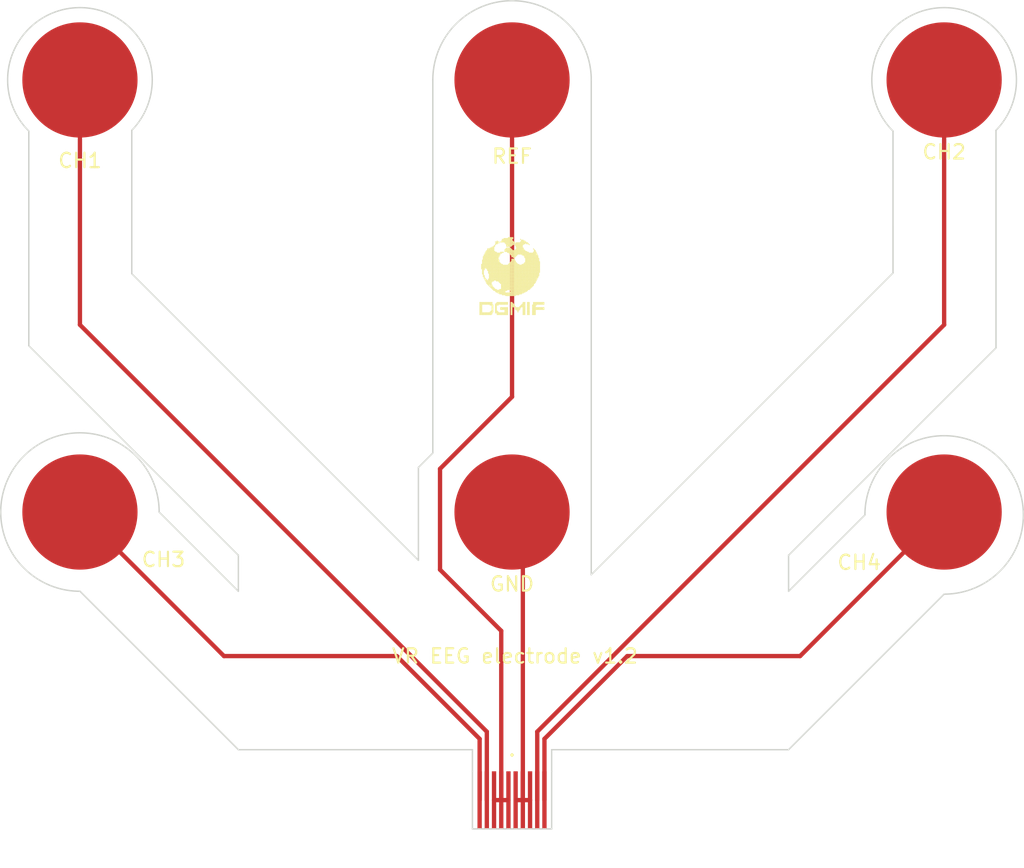
<source format=kicad_pcb>
(kicad_pcb (version 20171130) (host pcbnew "(5.1.10)-1")
  (title_block (title "VR EEG electrode PAD / JGSHIN") (rev 1.2) (company DGMIF))
  (layers (0 F.Cu signal) (31 B.Cu signal) (34 B.Paste user) (35 F.Paste user) (36 B.SilkS user) (37 F.SilkS user) (38 B.Mask user) (39 F.Mask user) (44 Edge.Cuts user))
  (net 0 "")
  (net 1 /Reference)
  (net 2 /Ground)
  (net 3 /CH1)
  (net 4 /CH2)
  (net 5 /CH3)
  (net 6 /CH4)
  (module jgshin_KiCad_lib:DGMIF-CI_5mm (layer F.Cu) (at 97.5 60.5)
    (fp_text reference " " hide)
    (fp_text value "" (at 0 0) (layer F.SilkS) (effects (font (size 1.27 1.27))))
  )
  (module "jgshin_KiCad_lib:FFC cable 0.5 x 10" (layer F.Cu) (at 100 100)
    (fp_text reference . (at 0 -3.539999) (layer F.SilkS))
    (fp_text value FFC0.5x10)
    (pad 10 smd rect (at 2.25 0) (size 0.3 4) (layers F.Cu F.Paste F.Mask) (net 6 /CH4))
    (pad 9 smd rect (at 1.75 0) (size 0.3 4) (layers F.Cu F.Paste F.Mask) (net 4 /CH2))
    (pad 8 smd rect (at 1.25 0) (size 0.3 4) (layers F.Cu F.Paste F.Mask) (net 2 /Ground))
    (pad 7 smd rect (at 0.75 0) (size 0.3 4) (layers F.Cu F.Paste F.Mask) (net 2 /Ground))
    (pad 6 smd rect (at 0.25 0) (size 0.3 4) (layers F.Cu F.Paste F.Mask) (net 2 /Ground))
    (pad 5 smd rect (at -0.25 0) (size 0.3 4) (layers F.Cu F.Paste F.Mask) (net 1 /Reference))
    (pad 4 smd rect (at -0.75 0) (size 0.3 4) (layers F.Cu F.Paste F.Mask) (net 1 /Reference))
    (pad 3 smd rect (at -1.25 0) (size 0.3 4) (layers F.Cu F.Paste F.Mask) (net 1 /Reference))
    (pad 2 smd rect (at -1.75 0) (size 0.3 4) (layers F.Cu F.Paste F.Mask) (net 3 /CH1))
    (pad 1 smd rect (at -2.25 0) (size 0.3 4) (layers F.Cu F.Paste F.Mask) (net 5 /CH3))
  )
  (module jgshin_KiCad_lib:electrode_PAD (layer F.Cu) (at 130 80)
    (fp_text reference CH4 (at -5.9 3.5) (layer F.SilkS))
    (fp_text value electrode_PAD)
    (pad 1 smd circle (at 0 0) (size 8 8) (layers F.Cu F.Paste F.Mask) (net 6 /CH4))
  )
  (module jgshin_KiCad_lib:electrode_PAD (layer F.Cu) (at 70 80)
    (fp_text reference CH3 (at 5.8 3.3) (layer F.SilkS))
    (fp_text value electrode_PAD)
    (pad 1 smd circle (at 0 0) (size 8 8) (layers F.Cu F.Paste F.Mask) (net 5 /CH3))
  )
  (module jgshin_KiCad_lib:electrode_PAD (layer F.Cu) (at 130 50)
    (fp_text reference CH2 (at 0 5) (layer F.SilkS))
    (fp_text value electrode_PAD)
    (pad 1 smd circle (at 0 0) (size 8 8) (layers F.Cu F.Paste F.Mask) (net 4 /CH2))
  )
  (module jgshin_KiCad_lib:electrode_PAD (layer F.Cu) (at 70 50)
    (fp_text reference CH1 (at 0 5.6) (layer F.SilkS))
    (fp_text value electrode_PAD)
    (pad 1 smd circle (at 0 0) (size 8 8) (layers F.Cu F.Paste F.Mask) (net 3 /CH1))
  )
  (module jgshin_KiCad_lib:electrode_PAD (layer F.Cu) (at 100 80)
    (fp_text reference GND (at 0 5) (layer F.SilkS))
    (fp_text value electrode_PAD)
    (pad 1 smd circle (at 0 0) (size 8 8) (layers F.Cu F.Paste F.Mask) (net 2 /Ground))
  )
  (module jgshin_KiCad_lib:electrode_PAD (layer F.Cu) (at 100 50)
    (fp_text reference REF (at 0 5.3) (layer F.SilkS))
    (fp_text value electrode_PAD)
    (pad 1 smd circle (at 0 0) (size 8 8) (layers F.Cu F.Paste F.Mask) (net 1 /Reference))
  )
  (gr_text "VR EEG electrode v1.2\n" (at 100.2 90) (layer F.SilkS) (effects (font (size 1 1))))
  (gr_line (start 93.5 83.350001) (end 93.5 76.9) (layer Edge.Cuts) (width 0.1))
  (gr_line (start 81 70.850001) (end 93.5 83.350001) (layer Edge.Cuts) (width 0.1))
  (gr_line (start 94.5 75.9) (end 93.5 76.9) (layer Edge.Cuts) (width 0.1))
  (gr_line (start 94.5 50) (end 94.5 75.9) (layer Edge.Cuts) (width 0.1))
  (gr_line (start 126.45 63.4) (end 126.449649 53.550351) (layer Edge.Cuts) (width 0.1))
  (gr_line (start 105.5 84.35) (end 126.45 63.4) (layer Edge.Cuts) (width 0.1))
  (gr_line (start 105.5 50) (end 105.5 84.35) (layer Edge.Cuts) (width 0.1))
  (gr_arc (start 100 50) (end 105.5 50) (angle -180) (layer Edge.Cuts) (width 0.1))
  (gr_line (start 119.2 83) (end 119.2 85.5) (layer Edge.Cuts) (width 0.1))
  (gr_line (start 126.2 76) (end 119.2 83) (layer Edge.Cuts) (width 0.1))
  (gr_line (start 133.6 68.6) (end 133.599999 53.499999) (layer Edge.Cuts) (width 0.1))
  (gr_line (start 126.2 76) (end 133.6 68.6) (layer Edge.Cuts) (width 0.1))
  (gr_line (start 73.599999 63.45) (end 81 70.850001) (layer Edge.Cuts) (width 0.1))
  (gr_line (start 73.599999 53.499999) (end 73.599999 63.45) (layer Edge.Cuts) (width 0.1))
  (gr_line (start 66.45 68.45) (end 66.45 53.550351) (layer Edge.Cuts) (width 0.1))
  (gr_line (start 70 72) (end 66.45 68.45) (layer Edge.Cuts) (width 0.1))
  (gr_arc (start 130 50) (end 133.599999 53.499999) (angle -269.1930705) (layer Edge.Cuts) (width 0.1))
  (gr_arc (start 70 50) (end 73.599999 53.499999) (angle -269.1930705) (layer Edge.Cuts) (width 0.1))
  (gr_line (start 124.5 80.2) (end 119.2 85.5) (layer Edge.Cuts) (width 0.1))
  (gr_line (start 81 83) (end 81 85.5) (layer Edge.Cuts) (width 0.1))
  (gr_line (start 73.8 75.8) (end 81 83) (layer Edge.Cuts) (width 0.1))
  (gr_line (start 73.8 75.8) (end 70 72) (layer Edge.Cuts) (width 0.1))
  (gr_line (start 75.5 80) (end 81 85.5) (layer Edge.Cuts) (width 0.1))
  (gr_line (start 119.2 96.5) (end 102.75 96.5) (layer Edge.Cuts) (width 0.1))
  (gr_line (start 130 85.7) (end 119.2 96.5) (layer Edge.Cuts) (width 0.1))
  (gr_line (start 81 96.5) (end 97.25 96.5) (layer Edge.Cuts) (width 0.1))
  (gr_line (start 70 85.5) (end 81 96.5) (layer Edge.Cuts) (width 0.1))
  (gr_arc (start 130 80.2) (end 130 85.7) (angle -270) (layer Edge.Cuts) (width 0.1))
  (gr_arc (start 70 80) (end 75.5 80) (angle -270) (layer Edge.Cuts) (width 0.1))
  (gr_line (start 97.25 98) (end 97.25 96.5) (layer Edge.Cuts) (width 0.1))
  (gr_line (start 102.75 98) (end 102.75 96.5) (layer Edge.Cuts) (width 0.1))
  (gr_line (start 102.75 102) (end 102.75 98) (layer Edge.Cuts) (width 0.1))
  (gr_line (start 97.25 102) (end 102.75 102) (layer Edge.Cuts) (width 0.1))
  (gr_line (start 97.25 98) (end 97.25 102) (layer Edge.Cuts) (width 0.1))
  (segment (start 99.25 100) (end 99.75 100) (width 0.3) (layer F.Cu) (net 1))
  (segment (start 99.25 100) (end 98.75 100) (width 0.3) (layer F.Cu) (net 1))
  (segment (start 99.25 88.25) (end 95 84) (width 0.3) (layer F.Cu) (net 1))
  (segment (start 99.25 100) (end 99.25 88.25) (width 0.3) (layer F.Cu) (net 1))
  (segment (start 95 84) (end 95 77) (width 0.3) (layer F.Cu) (net 1))
  (segment (start 100 72) (end 100 50) (width 0.3) (layer F.Cu) (net 1))
  (segment (start 95 77) (end 100 72) (width 0.3) (layer F.Cu) (net 1))
  (segment (start 100.75 80.75) (end 100 80) (width 0.3) (layer F.Cu) (net 2))
  (segment (start 100.75 100) (end 100.75 80.75) (width 0.3) (layer F.Cu) (net 2))
  (segment (start 100.75 100) (end 101.25 100) (width 0.3) (layer F.Cu) (net 2))
  (segment (start 100.75 100) (end 100.25 100) (width 0.3) (layer F.Cu) (net 2))
  (segment (start 98.25 100) (end 98.25 95.25) (width 0.3) (layer F.Cu) (net 3))
  (segment (start 70 67) (end 70 50) (width 0.3) (layer F.Cu) (net 3))
  (segment (start 98.25 95.25) (end 70 67) (width 0.3) (layer F.Cu) (net 3))
  (segment (start 101.75 100) (end 101.75 95.25) (width 0.3) (layer F.Cu) (net 4))
  (segment (start 130 67) (end 130 50) (width 0.3) (layer F.Cu) (net 4))
  (segment (start 101.75 95.25) (end 130 67) (width 0.3) (layer F.Cu) (net 4))
  (segment (start 97.75 100) (end 97.75 95.75) (width 0.3) (layer F.Cu) (net 5))
  (segment (start 97.75 95.75) (end 92 90) (width 0.3) (layer F.Cu) (net 5))
  (segment (start 80 90) (end 70 80) (width 0.3) (layer F.Cu) (net 5))
  (segment (start 92 90) (end 80 90) (width 0.3) (layer F.Cu) (net 5))
  (segment (start 102.25 100) (end 102.25 95.75) (width 0.3) (layer F.Cu) (net 6))
  (segment (start 102.25 95.75) (end 108 90) (width 0.3) (layer F.Cu) (net 6))
  (segment (start 120 90) (end 130 80) (width 0.3) (layer F.Cu) (net 6))
  (segment (start 108 90) (end 120 90) (width 0.3) (layer F.Cu) (net 6))
)
</source>
